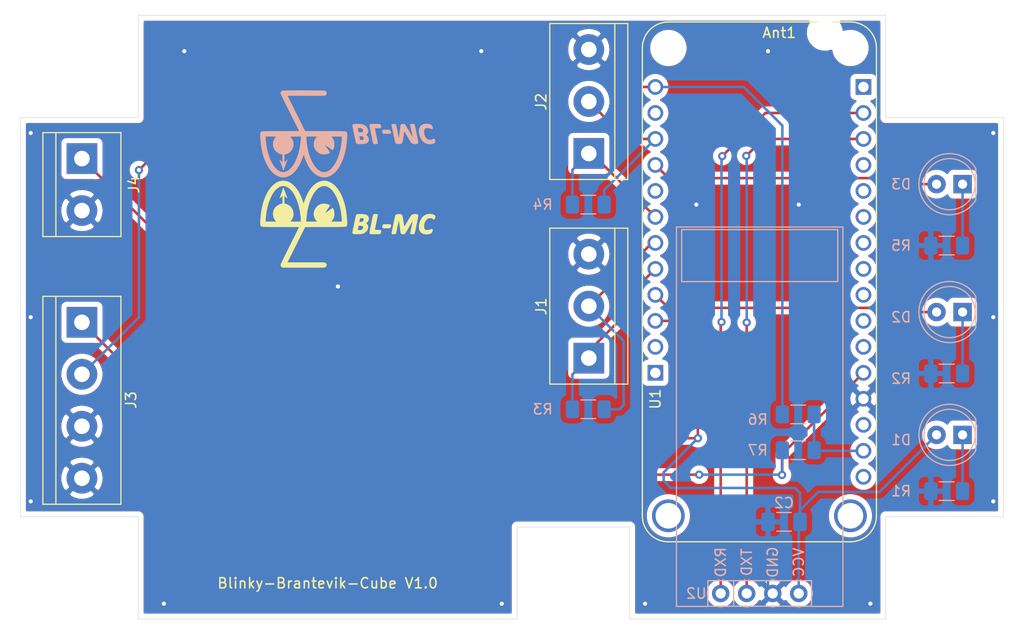
<source format=kicad_pcb>
(kicad_pcb (version 20171130) (host pcbnew 5.1.10-88a1d61d58~88~ubuntu18.04.1)
  (layers (0 F.Cu signal) (31 B.Cu signal) (34 B.Paste user) (35 F.Paste user) (36 B.SilkS user) (37 F.SilkS user) (38 B.Mask user) (39 F.Mask user) (44 Edge.Cuts user))
  (net 0 "")
  (net 1 GND)
  (net 2 +5V)
  (net 3 "Net-(D1-Pad1)")
  (net 4 "Net-(D2-Pad2)")
  (net 5 "Net-(D2-Pad1)")
  (net 6 "Net-(D3-Pad2)")
  (net 7 "Net-(D3-Pad1)")
  (net 8 "Net-(J1-Pad2)")
  (net 9 "Net-(J1-Pad1)")
  (net 10 "Net-(J2-Pad2)")
  (net 11 "Net-(J2-Pad1)")
  (net 12 "Net-(J3-Pad1)")
  (net 13 "Net-(J3-Pad2)")
  (net 14 "Net-(R6-Pad1)")
  (net 15 "Net-(U1-PadP1_16)")
  (net 16 "Net-(U1-PadP1_14)")
  (net 17 "Net-(U1-PadP1_11)")
  (net 18 "Net-(U1-PadP1_10)")
  (net 19 "Net-(U1-PadP1_9)")
  (net 20 "Net-(U1-PadP1_8)")
  (net 21 "Net-(U1-PadP1_7)")
  (net 22 "Net-(U1-PadP1_6)")
  (net 23 "Net-(U1-PadP1_5)")
  (net 24 "Net-(U1-PadP1_4)")
  (net 25 "Net-(U1-PadP1_3)")
  (net 26 "Net-(U1-PadP1_2)")
  (net 27 "Net-(U1-PadP2_11)")
  (net 28 "Net-(U1-PadP2_8)")
  (net 29 "Net-(U1-PadP2_2)")
  (net 30 "Net-(U1-PadP2_1)")
  (net 31 "Net-(U1-PadP1_1)")
  (module dmcginnis427Footprints:blmcLogo (layer B.Cu) (at 134 82)
    (fp_text reference G*** hide)
    (fp_text value LOGO hide)
  )
  (module dmcginnis427Footprints:blmcLogo (layer F.Cu) (at 134 91)
    (fp_text reference G*** hide)
    (fp_text value LOGO hide)
  )
  (module MountingHole:MountingHole_2.5mm (layer F.Cu) (at 180.55 72.2)
    (fp_text reference Ant1 (at -4.45 0) (layer F.SilkS))
    (fp_text value MountingHole_2.5mm)
    (pad "" np_thru_hole circle (at 0 0) (size 2.5 2.5) (drill 2.5) (layers *.Cu *.Mask))
  )
  (module dmcginnis427Footprints:HC06 (layer B.Cu) (at 174.19 127)
    (fp_text reference U2 (at -6.19 0) (layer B.SilkS) (effects (justify mirror)))
    (fp_text value HC06)
    (fp_text user VCC (at 3.81 -3.048 270) (layer B.SilkS) (effects (justify mirror)))
    (fp_text user GND (at 1.27 -3.048 270) (layer B.SilkS) (effects (justify mirror)))
    (fp_text user TXD (at -1.27 -3.048 270) (layer B.SilkS) (effects (justify mirror)))
    (fp_text user RXD (at -3.81 -3.048 270) (layer B.SilkS) (effects (justify mirror)))
    (pad 4 thru_hole circle (at 3.81 0) (size 1.7 1.7) (drill 1) (layers *.Cu *.Mask) (net 2 +5V))
    (pad 3 thru_hole circle (at 1.27 0) (size 1.7 1.7) (drill 1) (layers *.Cu *.Mask) (net 1 GND))
    (pad 2 thru_hole circle (at -1.27 0) (size 1.7 1.7) (drill 1) (layers *.Cu *.Mask) (net 25 "Net-(U1-PadP1_3)"))
    (pad 1 thru_hole circle (at -3.81 0) (size 1.7 1.7) (drill 1) (layers *.Cu *.Mask) (net 26 "Net-(U1-PadP1_2)"))
  )
  (module FEATHER_M0_BASIC_PROTO:MODULE_FEATHER_M0_BASIC_PROTO (layer F.Cu) (at 174.16 96.55 90)
    (fp_text reference U1 (at -11.45 -10.16 90) (layer F.SilkS))
    (fp_text value FEATHER_M0_BASIC_PROTO)
    (pad P1_16 thru_hole circle (at -19.05 10.16 90) (size 1.53 1.53) (drill 1.02) (layers *.Cu *.Mask) (net 15 "Net-(U1-PadP1_16)"))
    (pad P1_15 thru_hole circle (at -16.51 10.16 90) (size 1.53 1.53) (drill 1.02) (layers *.Cu *.Mask) (net 14 "Net-(R6-Pad1)"))
    (pad P1_14 thru_hole circle (at -13.97 10.16 90) (size 1.53 1.53) (drill 1.02) (layers *.Cu *.Mask) (net 16 "Net-(U1-PadP1_14)"))
    (pad P1_13 thru_hole circle (at -11.43 10.16 90) (size 1.53 1.53) (drill 1.02) (layers *.Cu *.Mask) (net 1 GND))
    (pad P1_12 thru_hole circle (at -8.89 10.16 90) (size 1.53 1.53) (drill 1.02) (layers *.Cu *.Mask) (net 12 "Net-(J3-Pad1)"))
    (pad P1_11 thru_hole circle (at -6.35 10.16 90) (size 1.53 1.53) (drill 1.02) (layers *.Cu *.Mask) (net 17 "Net-(U1-PadP1_11)"))
    (pad P1_10 thru_hole circle (at -3.81 10.16 90) (size 1.53 1.53) (drill 1.02) (layers *.Cu *.Mask) (net 18 "Net-(U1-PadP1_10)"))
    (pad P1_9 thru_hole circle (at -1.27 10.16 90) (size 1.53 1.53) (drill 1.02) (layers *.Cu *.Mask) (net 19 "Net-(U1-PadP1_9)"))
    (pad P1_8 thru_hole circle (at 1.27 10.16 90) (size 1.53 1.53) (drill 1.02) (layers *.Cu *.Mask) (net 20 "Net-(U1-PadP1_8)"))
    (pad P1_7 thru_hole circle (at 3.81 10.16 90) (size 1.53 1.53) (drill 1.02) (layers *.Cu *.Mask) (net 21 "Net-(U1-PadP1_7)"))
    (pad P1_6 thru_hole circle (at 6.35 10.16 90) (size 1.53 1.53) (drill 1.02) (layers *.Cu *.Mask) (net 22 "Net-(U1-PadP1_6)"))
    (pad P1_5 thru_hole circle (at 8.89 10.16 90) (size 1.53 1.53) (drill 1.02) (layers *.Cu *.Mask) (net 23 "Net-(U1-PadP1_5)"))
    (pad P1_4 thru_hole circle (at 11.43 10.16 90) (size 1.53 1.53) (drill 1.02) (layers *.Cu *.Mask) (net 24 "Net-(U1-PadP1_4)"))
    (pad P1_3 thru_hole circle (at 13.97 10.16 90) (size 1.53 1.53) (drill 1.02) (layers *.Cu *.Mask) (net 25 "Net-(U1-PadP1_3)"))
    (pad P1_2 thru_hole circle (at 16.51 10.16 90) (size 1.53 1.53) (drill 1.02) (layers *.Cu *.Mask) (net 26 "Net-(U1-PadP1_2)"))
    (pad P2_12 thru_hole circle (at 19.05 -10.16 90) (size 1.53 1.53) (drill 1.02) (layers *.Cu *.Mask) (net 13 "Net-(J3-Pad2)"))
    (pad P2_11 thru_hole circle (at 16.51 -10.16 90) (size 1.53 1.53) (drill 1.02) (layers *.Cu *.Mask) (net 27 "Net-(U1-PadP2_11)"))
    (pad P2_10 thru_hole circle (at 13.97 -10.16 90) (size 1.53 1.53) (drill 1.02) (layers *.Cu *.Mask) (net 10 "Net-(J2-Pad2)"))
    (pad P2_9 thru_hole circle (at 11.43 -10.16 90) (size 1.53 1.53) (drill 1.02) (layers *.Cu *.Mask) (net 6 "Net-(D3-Pad2)"))
    (pad P2_8 thru_hole circle (at 8.89 -10.16 90) (size 1.53 1.53) (drill 1.02) (layers *.Cu *.Mask) (net 28 "Net-(U1-PadP2_8)"))
    (pad P2_7 thru_hole circle (at 6.35 -10.16 90) (size 1.53 1.53) (drill 1.02) (layers *.Cu *.Mask) (net 11 "Net-(J2-Pad1)"))
    (pad P2_6 thru_hole circle (at 3.81 -10.16 90) (size 1.53 1.53) (drill 1.02) (layers *.Cu *.Mask) (net 8 "Net-(J1-Pad2)"))
    (pad P2_5 thru_hole circle (at 1.27 -10.16 90) (size 1.53 1.53) (drill 1.02) (layers *.Cu *.Mask) (net 9 "Net-(J1-Pad1)"))
    (pad P2_4 thru_hole circle (at -1.27 -10.16 90) (size 1.53 1.53) (drill 1.02) (layers *.Cu *.Mask) (net 4 "Net-(D2-Pad2)"))
    (pad P2_3 thru_hole circle (at -3.81 -10.16 90) (size 1.53 1.53) (drill 1.02) (layers *.Cu *.Mask) (net 2 +5V))
    (pad P2_2 thru_hole circle (at -6.35 -10.16 90) (size 1.53 1.53) (drill 1.02) (layers *.Cu *.Mask) (net 29 "Net-(U1-PadP2_2)"))
    (pad None np_thru_hole circle (at 22.86 -8.89 90) (size 2.54 2.54) (drill 2.54) (layers *.Cu *.Mask))
    (pad None np_thru_hole circle (at 22.86 8.89 90) (size 2.54 2.54) (drill 2.54) (layers *.Cu *.Mask))
    (pad P$2 thru_hole circle (at -22.86 8.89 90) (size 3.2 3.2) (drill 2.5) (layers *.Cu *.Mask))
    (pad P$1 thru_hole circle (at -22.86 -8.89 90) (size 3.2 3.2) (drill 2.5) (layers *.Cu *.Mask))
    (pad P2_1 thru_hole rect (at -8.89 -10.16 90) (size 1.53 1.53) (drill 1.02) (layers *.Cu *.Mask) (net 30 "Net-(U1-PadP2_1)"))
    (pad P1_1 thru_hole rect (at 19.05 10.16 90) (size 1.53 1.53) (drill 1.02) (layers *.Cu *.Mask) (net 31 "Net-(U1-PadP1_1)"))
  )
  (module Resistor_SMD:R_1206_3216Metric_Pad1.30x1.75mm_HandSolder (layer B.Cu) (at 177.95 113 180)
    (fp_text reference R7 (at 3.95 0) (layer B.SilkS) (effects (justify mirror)))
    (fp_text value 10k)
    (pad 2 smd roundrect (at 1.55 0 180) (size 1.3 1.75) (layers B.Cu B.Paste B.Mask) (roundrect_rratio 0.192308) (net 12 "Net-(J3-Pad1)"))
    (pad 1 smd roundrect (at -1.55 0 180) (size 1.3 1.75) (layers B.Cu B.Paste B.Mask) (roundrect_rratio 0.192308) (net 14 "Net-(R6-Pad1)"))
  )
  (module Resistor_SMD:R_1206_3216Metric_Pad1.30x1.75mm_HandSolder (layer B.Cu) (at 177.95 109.5 180)
    (fp_text reference R6 (at 3.95 -0.5) (layer B.SilkS) (effects (justify mirror)))
    (fp_text value 10k)
    (pad 2 smd roundrect (at 1.55 0 180) (size 1.3 1.75) (layers B.Cu B.Paste B.Mask) (roundrect_rratio 0.192308) (net 13 "Net-(J3-Pad2)"))
    (pad 1 smd roundrect (at -1.55 0 180) (size 1.3 1.75) (layers B.Cu B.Paste B.Mask) (roundrect_rratio 0.192308) (net 14 "Net-(R6-Pad1)"))
  )
  (module Resistor_SMD:R_1206_3216Metric_Pad1.30x1.75mm_HandSolder (layer B.Cu) (at 192.45 93)
    (fp_text reference R5 (at -4.45 0) (layer B.SilkS) (effects (justify mirror)))
    (fp_text value 220)
    (pad 2 smd roundrect (at 1.55 0) (size 1.3 1.75) (layers B.Cu B.Paste B.Mask) (roundrect_rratio 0.192308) (net 7 "Net-(D3-Pad1)"))
    (pad 1 smd roundrect (at -1.55 0) (size 1.3 1.75) (layers B.Cu B.Paste B.Mask) (roundrect_rratio 0.192308) (net 1 GND))
  )
  (module Resistor_SMD:R_1206_3216Metric_Pad1.30x1.75mm_HandSolder (layer B.Cu) (at 157.45 89)
    (fp_text reference R4 (at -4.45 0) (layer B.SilkS) (effects (justify mirror)))
    (fp_text value 10k)
    (pad 2 smd roundrect (at 1.55 0) (size 1.3 1.75) (layers B.Cu B.Paste B.Mask) (roundrect_rratio 0.192308) (net 10 "Net-(J2-Pad2)"))
    (pad 1 smd roundrect (at -1.55 0) (size 1.3 1.75) (layers B.Cu B.Paste B.Mask) (roundrect_rratio 0.192308) (net 11 "Net-(J2-Pad1)"))
  )
  (module Resistor_SMD:R_1206_3216Metric_Pad1.30x1.75mm_HandSolder (layer B.Cu) (at 157.45 109)
    (fp_text reference R3 (at -4.45 0) (layer B.SilkS) (effects (justify mirror)))
    (fp_text value 10k)
    (pad 2 smd roundrect (at 1.55 0) (size 1.3 1.75) (layers B.Cu B.Paste B.Mask) (roundrect_rratio 0.192308) (net 8 "Net-(J1-Pad2)"))
    (pad 1 smd roundrect (at -1.55 0) (size 1.3 1.75) (layers B.Cu B.Paste B.Mask) (roundrect_rratio 0.192308) (net 9 "Net-(J1-Pad1)"))
  )
  (module Resistor_SMD:R_1206_3216Metric_Pad1.30x1.75mm_HandSolder (layer B.Cu) (at 192.45 105.5)
    (fp_text reference R2 (at -4.45 0.5 180) (layer B.SilkS) (effects (justify mirror)))
    (fp_text value 220)
    (pad 2 smd roundrect (at 1.55 0) (size 1.3 1.75) (layers B.Cu B.Paste B.Mask) (roundrect_rratio 0.192308) (net 5 "Net-(D2-Pad1)"))
    (pad 1 smd roundrect (at -1.55 0) (size 1.3 1.75) (layers B.Cu B.Paste B.Mask) (roundrect_rratio 0.192308) (net 1 GND))
  )
  (module Resistor_SMD:R_1206_3216Metric_Pad1.30x1.75mm_HandSolder (layer B.Cu) (at 192.45 117)
    (fp_text reference R1 (at -4.45 0) (layer B.SilkS) (effects (justify mirror)))
    (fp_text value 220)
    (pad 2 smd roundrect (at 1.55 0) (size 1.3 1.75) (layers B.Cu B.Paste B.Mask) (roundrect_rratio 0.192308) (net 3 "Net-(D1-Pad1)"))
    (pad 1 smd roundrect (at -1.55 0) (size 1.3 1.75) (layers B.Cu B.Paste B.Mask) (roundrect_rratio 0.192308) (net 1 GND))
  )
  (module TerminalBlock:TerminalBlock_bornier-2_P5.08mm (layer F.Cu) (at 108 84.5 270)
    (fp_text reference J4 (at 2.54 -5.08 90) (layer F.SilkS))
    (fp_text value Screw_Terminal_01x02)
    (pad 2 thru_hole circle (at 5.08 0 270) (size 3 3) (drill 1.52) (layers *.Cu *.Mask) (net 1 GND))
    (pad 1 thru_hole rect (at 0 0 270) (size 3 3) (drill 1.52) (layers *.Cu *.Mask) (net 2 +5V))
  )
  (module TerminalBlock:TerminalBlock_bornier-4_P5.08mm (layer F.Cu) (at 108 100.5 270)
    (fp_text reference J3 (at 7.6 -4.8 90) (layer F.SilkS))
    (fp_text value Screw_Terminal_01x04)
    (pad 4 thru_hole circle (at 15.24 0 270) (size 3 3) (drill 1.52) (layers *.Cu *.Mask) (net 1 GND))
    (pad 1 thru_hole rect (at 0 0 270) (size 3 3) (drill 1.52) (layers *.Cu *.Mask) (net 12 "Net-(J3-Pad1)"))
    (pad 3 thru_hole circle (at 10.16 0 270) (size 3 3) (drill 1.52) (layers *.Cu *.Mask) (net 1 GND))
    (pad 2 thru_hole circle (at 5.08 0 270) (size 3 3) (drill 1.52) (layers *.Cu *.Mask) (net 13 "Net-(J3-Pad2)"))
  )
  (module TerminalBlock:TerminalBlock_bornier-3_P5.08mm (layer F.Cu) (at 157.5 84 90)
    (fp_text reference J2 (at 5.05 -4.65 90) (layer F.SilkS))
    (fp_text value Screw_Terminal_01x03)
    (pad 3 thru_hole circle (at 10.16 0 90) (size 3 3) (drill 1.52) (layers *.Cu *.Mask) (net 1 GND))
    (pad 2 thru_hole circle (at 5.08 0 90) (size 3 3) (drill 1.52) (layers *.Cu *.Mask) (net 10 "Net-(J2-Pad2)"))
    (pad 1 thru_hole rect (at 0 0 90) (size 3 3) (drill 1.52) (layers *.Cu *.Mask) (net 11 "Net-(J2-Pad1)"))
  )
  (module TerminalBlock:TerminalBlock_bornier-3_P5.08mm (layer F.Cu) (at 157.5 104 90)
    (fp_text reference J1 (at 5.05 -4.65 90) (layer F.SilkS))
    (fp_text value Screw_Terminal_01x03)
    (pad 3 thru_hole circle (at 10.16 0 90) (size 3 3) (drill 1.52) (layers *.Cu *.Mask) (net 1 GND))
    (pad 2 thru_hole circle (at 5.08 0 90) (size 3 3) (drill 1.52) (layers *.Cu *.Mask) (net 8 "Net-(J1-Pad2)"))
    (pad 1 thru_hole rect (at 0 0 90) (size 3 3) (drill 1.52) (layers *.Cu *.Mask) (net 9 "Net-(J1-Pad1)"))
  )
  (module LED_THT:LED_D5.0mm (layer B.Cu) (at 194 87 180)
    (fp_text reference D3 (at 6 0) (layer B.SilkS) (effects (justify mirror)))
    (fp_text value LED)
    (pad 2 thru_hole circle (at 2.54 0 180) (size 1.8 1.8) (drill 0.9) (layers *.Cu *.Mask) (net 6 "Net-(D3-Pad2)"))
    (pad 1 thru_hole rect (at 0 0 180) (size 1.8 1.8) (drill 0.9) (layers *.Cu *.Mask) (net 7 "Net-(D3-Pad1)"))
  )
  (module LED_THT:LED_D5.0mm (layer B.Cu) (at 194 99.5 180)
    (fp_text reference D2 (at 6 -0.5) (layer B.SilkS) (effects (justify mirror)))
    (fp_text value LED)
    (pad 2 thru_hole circle (at 2.54 0 180) (size 1.8 1.8) (drill 0.9) (layers *.Cu *.Mask) (net 4 "Net-(D2-Pad2)"))
    (pad 1 thru_hole rect (at 0 0 180) (size 1.8 1.8) (drill 0.9) (layers *.Cu *.Mask) (net 5 "Net-(D2-Pad1)"))
  )
  (module LED_THT:LED_D5.0mm (layer B.Cu) (at 194 111.5 180)
    (fp_text reference D1 (at 6 -0.5) (layer B.SilkS) (effects (justify mirror)))
    (fp_text value LED)
    (pad 2 thru_hole circle (at 2.54 0 180) (size 1.8 1.8) (drill 0.9) (layers *.Cu *.Mask) (net 2 +5V))
    (pad 1 thru_hole rect (at 0 0 180) (size 1.8 1.8) (drill 0.9) (layers *.Cu *.Mask) (net 3 "Net-(D1-Pad1)"))
  )
  (module Capacitor_SMD:C_1206_3216Metric_Pad1.33x1.80mm_HandSolder (layer B.Cu) (at 176.5625 120 180)
    (fp_text reference C2 (at 0 1.85) (layer B.SilkS) (effects (justify mirror)))
    (fp_text value 1uF)
    (pad 2 smd roundrect (at 1.5625 0 180) (size 1.325 1.8) (layers B.Cu B.Paste B.Mask) (roundrect_rratio 0.188679) (net 1 GND))
    (pad 1 smd roundrect (at -1.5625 0 180) (size 1.325 1.8) (layers B.Cu B.Paste B.Mask) (roundrect_rratio 0.188679) (net 2 +5V))
  )
  (gr_text "Blinky-Brantevik-Cube V1.0" (at 132 126) (layer F.SilkS) (effects (font (size 1 1))))
  (gr_line (start 150.5 129.5) (end 113.5 129.5) (layer Edge.Cuts) (width 0.05))
  (gr_line (start 186.5 129.5) (end 161.5 129.5) (layer Edge.Cuts) (width 0.05))
  (gr_line (start 150.5 120.5) (end 150.5 129.5) (layer Edge.Cuts) (width 0.05))
  (gr_line (start 161.5 120.5) (end 150.5 120.5) (layer Edge.Cuts) (width 0.05))
  (gr_line (start 161.5 120.5) (end 161.5 129.5) (layer Edge.Cuts) (width 0.05))
  (gr_line (start 102 80.5) (end 102 119.5) (layer Edge.Cuts) (width 0.05))
  (gr_line (start 113.5 80.5) (end 102 80.5) (layer Edge.Cuts) (width 0.05))
  (gr_line (start 113.5 70.5) (end 113.5 80.5) (layer Edge.Cuts) (width 0.05))
  (gr_line (start 186.5 70.5) (end 113.5 70.5) (layer Edge.Cuts) (width 0.05))
  (gr_line (start 186.5 80.5) (end 186.5 70.5) (layer Edge.Cuts) (width 0.05))
  (gr_line (start 198 80.5) (end 186.5 80.5) (layer Edge.Cuts) (width 0.05))
  (gr_line (start 198 119.5) (end 198 80.5) (layer Edge.Cuts) (width 0.05))
  (gr_line (start 186.5 119.5) (end 198 119.5) (layer Edge.Cuts) (width 0.05))
  (gr_line (start 186.5 129.5) (end 186.5 119.5) (layer Edge.Cuts) (width 0.05))
  (gr_line (start 113.5 119.5) (end 113.5 129.5) (layer Edge.Cuts) (width 0.05))
  (gr_line (start 102 119.5) (end 113.5 119.5) (layer Edge.Cuts) (width 0.05))
  (segment (start 175 126.54) (end 175.46 127) (width 0.25) (layer B.Cu) (net 1))
  (segment (start 175 120) (end 175 126.54) (width 0.25) (layer B.Cu) (net 1))
  (via (at 118 74) (size 0.8) (drill 0.4) (layers F.Cu B.Cu) (net 1))
  (via (at 147 74) (size 0.8) (drill 0.4) (layers F.Cu B.Cu) (net 1))
  (via (at 175 74) (size 0.8) (drill 0.4) (layers F.Cu B.Cu) (net 1))
  (via (at 197 82) (size 0.8) (drill 0.4) (layers F.Cu B.Cu) (net 1))
  (via (at 197 118) (size 0.8) (drill 0.4) (layers F.Cu B.Cu) (net 1))
  (via (at 185 128) (size 0.8) (drill 0.4) (layers F.Cu B.Cu) (net 1))
  (via (at 163 128) (size 0.8) (drill 0.4) (layers F.Cu B.Cu) (net 1))
  (via (at 149 128) (size 0.8) (drill 0.4) (layers F.Cu B.Cu) (net 1))
  (via (at 116 128) (size 0.8) (drill 0.4) (layers F.Cu B.Cu) (net 1))
  (via (at 103 118) (size 0.8) (drill 0.4) (layers F.Cu B.Cu) (net 1))
  (via (at 103 82) (size 0.8) (drill 0.4) (layers F.Cu B.Cu) (net 1))
  (via (at 103 100) (size 0.8) (drill 0.4) (layers F.Cu B.Cu) (net 1))
  (via (at 197 100) (size 0.8) (drill 0.4) (layers F.Cu B.Cu) (net 1))
  (via (at 178 89) (size 0.8) (drill 0.4) (layers F.Cu B.Cu) (net 1))
  (via (at 168 89) (size 0.8) (drill 0.4) (layers F.Cu B.Cu) (net 1))
  (via (at 133 97) (size 0.8) (drill 0.4) (layers F.Cu B.Cu) (net 1))
  (segment (start 178.125 120) (end 178.125 118.855) (width 0.25) (layer B.Cu) (net 2))
  (segment (start 178.125 118.855) (end 179.9 117.08) (width 0.25) (layer B.Cu) (net 2))
  (segment (start 185.88 117.08) (end 191.46 111.5) (width 0.25) (layer B.Cu) (net 2))
  (segment (start 179.9 117.08) (end 185.88 117.08) (width 0.25) (layer B.Cu) (net 2))
  (segment (start 178 120.125) (end 178.125 120) (width 0.25) (layer B.Cu) (net 2))
  (segment (start 178 127) (end 178 120.125) (width 0.25) (layer B.Cu) (net 2))
  (segment (start 164 100.36) (end 166.27 100.36) (width 0.25) (layer F.Cu) (net 2))
  (via (at 168.15 111.83) (size 0.8) (drill 0.4) (layers F.Cu B.Cu) (net 2))
  (segment (start 166.27 100.36) (end 168.15 102.24) (width 0.25) (layer F.Cu) (net 2))
  (segment (start 168.15 102.24) (end 168.15 111.83) (width 0.25) (layer F.Cu) (net 2))
  (segment (start 132.951002 111.83) (end 118.56 97.438998) (width 0.25) (layer F.Cu) (net 2))
  (segment (start 168.15 111.83) (end 132.951002 111.83) (width 0.25) (layer F.Cu) (net 2))
  (segment (start 118.56 95.06) (end 108 84.5) (width 0.25) (layer F.Cu) (net 2))
  (segment (start 118.56 97.438998) (end 118.56 95.06) (width 0.25) (layer F.Cu) (net 2))
  (segment (start 164.81 115.99) (end 164.81 115.17) (width 0.25) (layer B.Cu) (net 2))
  (segment (start 165.51 116.69) (end 164.81 115.99) (width 0.25) (layer B.Cu) (net 2))
  (segment (start 164.81 115.17) (end 168.15 111.83) (width 0.25) (layer B.Cu) (net 2))
  (segment (start 177.63 116.69) (end 165.51 116.69) (width 0.25) (layer B.Cu) (net 2))
  (segment (start 178.125 120) (end 178.125 117.185) (width 0.25) (layer B.Cu) (net 2))
  (segment (start 178.125 117.185) (end 177.63 116.69) (width 0.25) (layer B.Cu) (net 2))
  (segment (start 194 111.5) (end 194 117) (width 0.25) (layer B.Cu) (net 3))
  (segment (start 191.46 99.5) (end 186.98 99.5) (width 0.25) (layer F.Cu) (net 4))
  (segment (start 186.98 99.5) (end 186.57 99.09) (width 0.25) (layer F.Cu) (net 4))
  (segment (start 165.27 99.09) (end 164 97.82) (width 0.25) (layer F.Cu) (net 4))
  (segment (start 186.57 99.09) (end 165.27 99.09) (width 0.25) (layer F.Cu) (net 4))
  (segment (start 194 99.5) (end 194 105.5) (width 0.25) (layer B.Cu) (net 5))
  (segment (start 191.46 87) (end 187.17 87) (width 0.25) (layer F.Cu) (net 6))
  (segment (start 187.17 87) (end 186.58 86.41) (width 0.25) (layer F.Cu) (net 6))
  (segment (start 165.29 86.41) (end 164 85.12) (width 0.25) (layer F.Cu) (net 6))
  (segment (start 186.58 86.41) (end 165.29 86.41) (width 0.25) (layer F.Cu) (net 6))
  (segment (start 194 87) (end 194 93) (width 0.25) (layer B.Cu) (net 7))
  (segment (start 159 109) (end 160.5 109) (width 0.25) (layer B.Cu) (net 8))
  (segment (start 160.5 109) (end 160.9 108.6) (width 0.25) (layer B.Cu) (net 8))
  (segment (start 160.9 102.32) (end 157.5 98.92) (width 0.25) (layer B.Cu) (net 8))
  (segment (start 160.9 108.6) (end 160.9 102.32) (width 0.25) (layer B.Cu) (net 8))
  (segment (start 163.68 92.74) (end 164 92.74) (width 0.25) (layer F.Cu) (net 8))
  (segment (start 157.5 98.92) (end 163.68 92.74) (width 0.25) (layer F.Cu) (net 8))
  (segment (start 155.9 105.6) (end 157.5 104) (width 0.25) (layer B.Cu) (net 9))
  (segment (start 155.9 109) (end 155.9 105.6) (width 0.25) (layer B.Cu) (net 9))
  (segment (start 157.5 104) (end 157.5 103.31) (width 0.25) (layer F.Cu) (net 9))
  (segment (start 157.5 103.31) (end 160.74 100.07) (width 0.25) (layer F.Cu) (net 9))
  (segment (start 160.74 98.54) (end 164 95.28) (width 0.25) (layer F.Cu) (net 9))
  (segment (start 160.74 100.07) (end 160.74 98.54) (width 0.25) (layer F.Cu) (net 9))
  (segment (start 159 87.58) (end 164 82.58) (width 0.25) (layer B.Cu) (net 10))
  (segment (start 159 89) (end 159 87.58) (width 0.25) (layer B.Cu) (net 10))
  (segment (start 161.16 82.58) (end 157.5 78.92) (width 0.25) (layer F.Cu) (net 10))
  (segment (start 164 82.58) (end 161.16 82.58) (width 0.25) (layer F.Cu) (net 10))
  (segment (start 155.9 85.6) (end 157.5 84) (width 0.25) (layer B.Cu) (net 11))
  (segment (start 155.9 89) (end 155.9 85.6) (width 0.25) (layer B.Cu) (net 11))
  (segment (start 157.8 84) (end 164 90.2) (width 0.25) (layer F.Cu) (net 11))
  (segment (start 157.5 84) (end 157.8 84) (width 0.25) (layer F.Cu) (net 11))
  (via (at 176.37 115.42) (size 0.8) (drill 0.4) (layers F.Cu B.Cu) (net 12))
  (segment (start 176.4 113) (end 176.4 115.39) (width 0.25) (layer B.Cu) (net 12))
  (segment (start 176.4 115.39) (end 176.37 115.42) (width 0.25) (layer B.Cu) (net 12))
  (segment (start 176.37 113.39) (end 184.32 105.44) (width 0.25) (layer F.Cu) (net 12))
  (segment (start 176.37 115.42) (end 176.37 113.39) (width 0.25) (layer F.Cu) (net 12))
  (via (at 168.28 115.39) (size 0.8) (drill 0.4) (layers F.Cu B.Cu) (net 12))
  (segment (start 108 100.5) (end 122.89 115.39) (width 0.25) (layer F.Cu) (net 12))
  (segment (start 122.89 115.39) (end 168.28 115.39) (width 0.25) (layer F.Cu) (net 12))
  (segment (start 176.34 115.39) (end 176.37 115.42) (width 0.25) (layer B.Cu) (net 12))
  (segment (start 168.28 115.39) (end 176.34 115.39) (width 0.25) (layer B.Cu) (net 12))
  (segment (start 176.4 109.5) (end 176.4 81.27) (width 0.25) (layer B.Cu) (net 13))
  (segment (start 172.63 77.5) (end 164 77.5) (width 0.25) (layer B.Cu) (net 13))
  (segment (start 176.4 81.27) (end 172.63 77.5) (width 0.25) (layer B.Cu) (net 13))
  (segment (start 164 77.5) (end 161.38 77.5) (width 0.25) (layer F.Cu) (net 13))
  (segment (start 161.38 77.5) (end 160.2 76.32) (width 0.25) (layer F.Cu) (net 13))
  (via (at 113.57 85.62) (size 0.8) (drill 0.4) (layers F.Cu B.Cu) (net 13))
  (segment (start 160.2 76.32) (end 122.87 76.32) (width 0.25) (layer F.Cu) (net 13))
  (segment (start 122.87 76.32) (end 113.57 85.62) (width 0.25) (layer F.Cu) (net 13))
  (segment (start 113.57 100.01) (end 108 105.58) (width 0.25) (layer B.Cu) (net 13))
  (segment (start 113.57 85.62) (end 113.57 100.01) (width 0.25) (layer B.Cu) (net 13))
  (segment (start 179.56 113.06) (end 179.5 113) (width 0.25) (layer B.Cu) (net 14))
  (segment (start 184.32 113.06) (end 179.56 113.06) (width 0.25) (layer B.Cu) (net 14))
  (segment (start 179.5 113) (end 179.5 109.5) (width 0.25) (layer B.Cu) (net 14))
  (via (at 172.92 100.52) (size 0.8) (drill 0.4) (layers F.Cu B.Cu) (net 25))
  (segment (start 172.92 127) (end 172.92 100.52) (width 0.25) (layer F.Cu) (net 25))
  (via (at 172.88 84.23) (size 0.8) (drill 0.4) (layers F.Cu B.Cu) (net 25))
  (segment (start 172.92 100.52) (end 172.92 84.27) (width 0.25) (layer B.Cu) (net 25))
  (segment (start 172.92 84.27) (end 172.88 84.23) (width 0.25) (layer B.Cu) (net 25))
  (segment (start 174.53 82.58) (end 184.32 82.58) (width 0.25) (layer F.Cu) (net 25))
  (segment (start 172.88 84.23) (end 174.53 82.58) (width 0.25) (layer F.Cu) (net 25))
  (segment (start 170.38 127) (end 170.38 100.62) (width 0.25) (layer F.Cu) (net 26))
  (via (at 170.46 100.47) (size 0.8) (drill 0.4) (layers F.Cu B.Cu) (net 26))
  (segment (start 170.38 100.62) (end 170.46 100.54) (width 0.25) (layer F.Cu) (net 26))
  (segment (start 170.46 100.54) (end 170.46 100.47) (width 0.25) (layer F.Cu) (net 26))
  (via (at 170.53 84.26) (size 0.8) (drill 0.4) (layers F.Cu B.Cu) (net 26))
  (segment (start 170.46 100.47) (end 170.46 84.33) (width 0.25) (layer B.Cu) (net 26))
  (segment (start 170.46 84.33) (end 170.53 84.26) (width 0.25) (layer B.Cu) (net 26))
  (segment (start 174.75 80.04) (end 184.32 80.04) (width 0.25) (layer F.Cu) (net 26))
  (segment (start 170.53 84.26) (end 174.75 80.04) (width 0.25) (layer F.Cu) (net 26))
  (zone (net 1) (net_name GND) (layer F.Cu) (connect_pads (clearance 0.508)) (min_thickness 0.254) (fill yes (arc_segments 32) (thermal_gap 0.508) (thermal_bridge_width 0.508))
    (polygon (pts (xy 200 131) (xy 100 131) (xy 100 69) (xy 200 69)))
  )
  (zone (net 1) (net_name GND) (layer B.Cu) (connect_pads (clearance 0.508)) (min_thickness 0.254) (fill yes (arc_segments 32) (thermal_gap 0.508) (thermal_bridge_width 0.508))
    (polygon (pts (xy 200 131) (xy 100 131) (xy 100 69) (xy 200 69)))
  )
)
</source>
